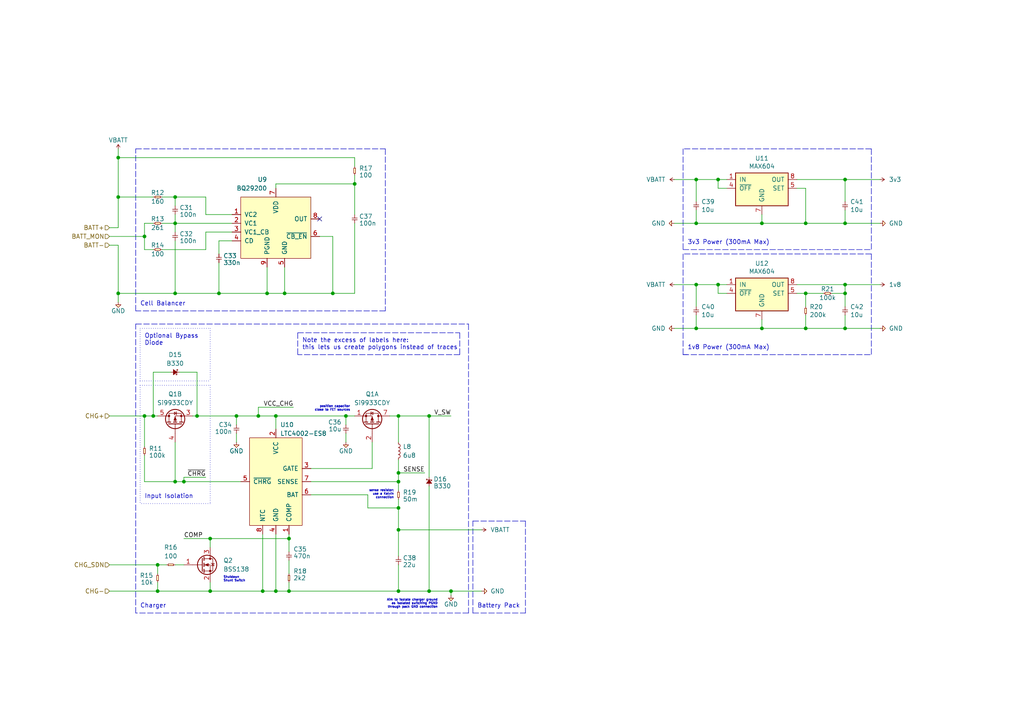
<source format=kicad_sch>
(kicad_sch (version 20211123) (generator eeschema)
  (paper "A4")
  (title_block (title "Lychee Flight Computer") (date "2021-12-31") (rev "1") (company "Cambridge University Spaceflight") (comment 1 "Drawn By H. Franks"))
  (lib_symbols
    (symbol "B330_1" (pin_numbers hide) (pin_names (offset 1.016) hide)
      (property "Reference" "D" (at 1.27 1.778 0))
      (property "Value" "B330_1" (at 1.27 -1.778 0))
      (symbol "B330_1_0_1"
        (polyline (pts (xy 0.762 0.762) (xy 0.762 -0.762)))
        (polyline (pts (xy 0.762 -0.762) (xy 1.016 -0.762) (xy 1.016 -0.508)))
        (polyline (pts (xy 0.762 0.762) (xy 0.508 0.762) (xy 0.508 0.508)))
        (polyline (pts (xy 1.778 0.762) (xy 0.762 0) (xy 1.778 -0.762) (xy 1.778 0.762)) (fill (type outline)))
      )
      (symbol "B330_1_1_1"
        (pin passive line (at 0 0 0) (length 0.762) (name "~") (number "1"))
        (pin passive line (at 2.54 0 180) (length 0.762) (name "~") (number "2"))
      )
    )
    (symbol "Strix:1v8" (power) (pin_numbers hide) (pin_names (offset 1.016) hide)
      (property "Value" "1v8" (at 0 2.286 0))
      (symbol "1v8_0_1"
        (polyline (pts (xy 0 1.27) (xy 0.508 0.508)))
        (polyline (pts (xy 0 0) (xy 0 1.27) (xy -0.508 0.508)))
      )
      (symbol "1v8_1_1"
        (pin power_in line (at 0 0 180) (length 0) hide (name "1v8") (number "1"))
      )
    )
    (symbol "Strix:3v3" (power) (pin_numbers hide) (pin_names (offset 1.016) hide)
      (property "Value" "3v3" (at 0 2.286 0))
      (symbol "3v3_0_1"
        (polyline (pts (xy 0 1.27) (xy 0.508 0.508)))
        (polyline (pts (xy 0 0) (xy 0 1.27) (xy -0.508 0.508)))
      )
      (symbol "3v3_1_1"
        (pin power_in line (at 0 0 180) (length 0) hide (name "3v3") (number "1"))
      )
    )
    (symbol "Strix:B330" (pin_numbers hide) (pin_names (offset 1.016) hide)
      (property "Reference" "D" (at 1.27 1.778 0))
      (property "Value" "B330" (at 1.27 -1.778 0))
      (symbol "B330_0_1"
        (polyline (pts (xy 0.762 0.762) (xy 0.762 -0.762)))
        (polyline (pts (xy 0.762 -0.762) (xy 1.016 -0.762) (xy 1.016 -0.508)))
        (polyline (pts (xy 0.762 0.762) (xy 0.508 0.762) (xy 0.508 0.508)))
        (polyline (pts (xy 1.778 0.762) (xy 0.762 0) (xy 1.778 -0.762) (xy 1.778 0.762)) (fill (type outline)))
      )
      (symbol "B330_1_1"
        (pin passive line (at 0 0 0) (length 0.762) (name "~") (number "1"))
        (pin passive line (at 2.54 0 180) (length 0.762) (name "~") (number "2"))
      )
    )
    (symbol "Strix:BQ29200" (pin_names (offset 1.016))
      (property "Reference" "U9" (at -1.27 12.7 0))
      (property "Value" "BQ29200" (at -1.27 10.16 0))
      (symbol "BQ29200_0_0"
        (pin input line (at -12.7 3.81 0) (length 2.54) (name "VC2") (number "1"))
        (pin input line (at -12.7 1.27 0) (length 2.54) (name "VC1") (number "2"))
        (pin input line (at -12.7 -1.27 0) (length 2.54) (name "VC1_CB") (number "3"))
        (pin input line (at -12.7 -3.81 0) (length 2.54) (name "CD") (number "4"))
        (pin power_in line (at 2.54 -11.43 90) (length 2.54) (name "GND") (number "5"))
        (pin input line (at 12.7 -2.54 180) (length 2.54) (name "~{CB_EN}") (number "6"))
        (pin power_in line (at 0 11.43 270) (length 2.54) (name "VDD") (number "7"))
        (pin power_out line (at 12.7 2.54 180) (length 2.54) (name "OUT") (number "8"))
      )
      (symbol "BQ29200_0_1"
        (rectangle (start -10.16 8.89) (end 10.16 -8.89) (fill (type background)))
      )
      (symbol "BQ29200_1_1"
        (pin power_in line (at -2.54 -11.43 90) (length 2.54) (name "PGND") (number "9"))
      )
    )
    (symbol "Strix:BSS138" (pin_names hide)
      (property "Reference" "Q" (at 5.08 1.905 0))
      (property "Value" "BSS138" (at 5.08 0 0))
      (symbol "BSS138_0_1"
        (polyline (pts (xy 0.254 0) (xy -2.54 0)))
        (polyline (pts (xy 0.254 1.905) (xy 0.254 -1.905)) (stroke (width 0.254)))
        (polyline (pts (xy 0.762 -1.27) (xy 0.762 -2.286)) (stroke (width 0.254)))
        (polyline (pts (xy 0.762 0.508) (xy 0.762 -0.508)) (stroke (width 0.254)))
        (polyline (pts (xy 0.762 2.286) (xy 0.762 1.27)) (stroke (width 0.254)))
        (polyline (pts (xy 2.54 2.54) (xy 2.54 1.778)))
        (polyline (pts (xy 2.54 -2.54) (xy 2.54 0) (xy 0.762 0)))
        (polyline (pts (xy 0.762 -1.778) (xy 3.302 -1.778) (xy 3.302 1.778) (xy 0.762 1.778)))
        (polyline (pts (xy 1.016 0) (xy 2.032 0.381) (xy 2.032 -0.381) (xy 1.016 0)) (fill (type outline)))
        (polyline (pts (xy 2.794 0.508) (xy 2.921 0.381) (xy 3.683 0.381) (xy 3.81 0.254)))
        (polyline (pts (xy 3.302 0.381) (xy 2.921 -0.254) (xy 3.683 -0.254) (xy 3.302 0.381)))
        (circle (center 1.651 0) (radius 2.794) (stroke (width 0.254)))
        (circle (center 2.54 -1.778) (radius 0.254) (fill (type outline)))
        (circle (center 2.54 1.778) (radius 0.254) (fill (type outline)))
      )
      (symbol "BSS138_1_1"
        (pin input line (at -5.08 0 0) (length 2.54) (name "G") (number "1"))
        (pin passive line (at 2.54 -5.08 90) (length 2.54) (name "S") (number "2"))
        (pin passive line (at 2.54 5.08 270) (length 2.54) (name "D") (number "3"))
      )
    )
    (symbol "Strix:C" (pin_numbers hide) (pin_names (offset 1.016) hide)
      (property "Reference" "C" (at 1.27 1.778 0))
      (property "Value" "C" (at 1.27 -1.778 0))
      (symbol "C_0_1"
        (polyline (pts (xy 1.016 0.762) (xy 1.016 -0.762)))
        (polyline (pts (xy 1.524 0.762) (xy 1.524 -0.762)))
      )
      (symbol "C_1_1"
        (pin passive line (at 0 0 0) (length 1.016) (name "~") (number "1"))
        (pin passive line (at 2.54 0 180) (length 1.016) (name "~") (number "2"))
      )
    )
    (symbol "Strix:GND" (power) (pin_numbers hide) (pin_names (offset 1.016) hide)
      (property "Value" "GND" (at 0 -2.54 0))
      (symbol "GND_0_1"
        (polyline (pts (xy 0 0) (xy 0 -0.762)))
        (polyline (pts (xy -0.762 -0.762) (xy 0.762 -0.762) (xy 0 -1.524) (xy -0.762 -0.762)) (fill (type background)))
      )
      (symbol "GND_1_1"
        (pin power_in line (at 0 0 180) (length 0) hide (name "GND") (number "1"))
      )
    )
    (symbol "Strix:LTC4002-ES8" (pin_names (offset 1.016))
      (property "Reference" "U" (at 1.27 16.51 0))
      (property "Value" "LTC4002-ES8" (at 1.27 13.97 0))
      (symbol "LTC4002-ES8_0_0"
        (pin input line (at -3.81 -15.24 90) (length 2.54) (name "COMP") (number "1"))
        (pin power_in line (at 0 15.24 270) (length 2.54) (name "VCC") (number "2"))
        (pin output line (at -10.16 3.81 0) (length 2.54) (name "GATE") (number "3"))
        (pin power_in line (at 0 -15.24 90) (length 2.54) (name "GND") (number "4"))
        (pin output line (at 10.16 0 180) (length 2.54) (name "~{CHRG}") (number "5"))
        (pin input line (at -10.16 -3.81 0) (length 2.54) (name "BAT") (number "6"))
        (pin input line (at -10.16 0 0) (length 2.54) (name "SENSE") (number "7"))
        (pin input line (at 3.81 -15.24 90) (length 2.54) (name "NTC") (number "8"))
      )
      (symbol "LTC4002-ES8_0_1"
        (rectangle (start -7.62 12.7) (end 7.62 -12.7) (fill (type background)))
      )
    )
    (symbol "Strix:L_Large" (pin_numbers hide) (pin_names (offset 0.254) hide)
      (property "Reference" "L" (at 0.762 1.016 0))
      (property "Value" "L_Large" (at 0.762 -1.016 0))
      (symbol "L_Large_0_1"
        (arc (start 0 -2.032) (mid 0.508 -1.524) (end 0 -1.016))
        (arc (start 0 -1.016) (mid 0.508 -0.508) (end 0 0))
        (arc (start 0 0) (mid 0.508 0.508) (end 0 1.016))
        (arc (start 0 1.016) (mid 0.508 1.524) (end 0 2.032))
      )
      (symbol "L_Large_1_1"
        (pin passive line (at 0 2.54 270) (length 0.508) (name "~") (number "1"))
        (pin passive line (at 0 -2.54 90) (length 0.508) (name "~") (number "2"))
      )
    )
    (symbol "Strix:MAX604" (pin_names (offset 1.016))
      (property "Reference" "U" (at -6.35 5.715 0))
      (property "Value" "MAX604" (at 0 5.715 0))
      (symbol "MAX604_0_1"
        (rectangle (start -7.62 4.445) (end 7.62 -5.08) (stroke (width 0.254)) (fill (type background)))
      )
      (symbol "MAX604_1_1"
        (pin power_in line (at -10.16 2.54 0) (length 2.54) (name "IN") (number "1"))
        (pin passive line (at 0 -7.62 90) (length 2.54) hide (name "GND") (number "2"))
        (pin passive line (at 0 -7.62 90) (length 2.54) hide (name "GND") (number "3"))
        (pin input line (at -10.16 0 0) (length 2.54) (name "~{OFF}") (number "4"))
        (pin passive line (at 10.16 0 180) (length 2.54) (name "SET") (number "5"))
        (pin passive line (at 0 -7.62 90) (length 2.54) hide (name "GND") (number "6"))
        (pin power_in line (at 0 -7.62 90) (length 2.54) (name "GND") (number "7"))
        (pin power_out line (at 10.16 2.54 180) (length 2.54) (name "OUT") (number "8"))
      )
    )
    (symbol "Strix:PGND" (power) (pin_numbers hide) (pin_names (offset 1.016) hide)
      (property "Value" "PGND" (at 0 -2.54 0))
      (symbol "PGND_0_1"
        (polyline (pts (xy 0 0) (xy 0 -0.762)))
        (polyline (pts (xy -0.762 -0.762) (xy 0.762 -0.762) (xy 0 -1.524) (xy -0.762 -0.762)) (fill (type background)))
      )
      (symbol "PGND_1_1"
        (pin power_in line (at 0 0 180) (length 0) hide (name "GND") (number "1"))
      )
    )
    (symbol "Strix:R" (pin_numbers hide) (pin_names (offset 1.016) hide)
      (property "Reference" "R" (at 1.27 1.27 0))
      (property "Value" "R" (at 1.27 -1.27 0))
      (symbol "R_0_1"
        (rectangle (start 0.508 0.254) (end 2.032 -0.254) (fill (type background)))
      )
      (symbol "R_1_1"
        (pin passive line (at 0 0 0) (length 0.508) (name "~") (number "1"))
        (pin passive line (at 2.54 0 180) (length 0.508) (name "~") (number "2"))
      )
    )
    (symbol "Strix:Si9933CDY" (pin_names hide)
      (property "Reference" "Q" (at 5.08 1.905 0))
      (property "Value" "Si9933CDY" (at 5.08 0 0))
      (symbol "Si9933CDY_0_1"
        (polyline (pts (xy 0.254 0) (xy -2.54 0)))
        (polyline (pts (xy 0.254 1.905) (xy 0.254 -1.905)) (stroke (width 0.254)))
        (polyline (pts (xy 0.762 -1.27) (xy 0.762 -2.286)) (stroke (width 0.254)))
        (polyline (pts (xy 0.762 0.508) (xy 0.762 -0.508)) (stroke (width 0.254)))
        (polyline (pts (xy 0.762 2.286) (xy 0.762 1.27)) (stroke (width 0.254)))
        (polyline (pts (xy 2.54 2.54) (xy 2.54 1.778)))
        (polyline (pts (xy 2.54 -2.54) (xy 2.54 0) (xy 0.762 0)))
        (polyline (pts (xy 0.762 1.778) (xy 3.302 1.778) (xy 3.302 -1.778) (xy 0.762 -1.778)))
        (polyline (pts (xy 2.286 0) (xy 1.27 0.381) (xy 1.27 -0.381) (xy 2.286 0)) (fill (type outline)))
        (polyline (pts (xy 2.794 -0.508) (xy 2.921 -0.381) (xy 3.683 -0.381) (xy 3.81 -0.254)))
        (polyline (pts (xy 3.302 -0.381) (xy 2.921 0.254) (xy 3.683 0.254) (xy 3.302 -0.381)))
        (circle (center 1.651 0) (radius 2.794) (stroke (width 0.254)))
        (circle (center 2.54 -1.778) (radius 0.254) (fill (type outline)))
        (circle (center 2.54 1.778) (radius 0.254) (fill (type outline)))
      )
      (symbol "Si9933CDY_1_0"
        (pin passive line (at 2.54 5.08 270) (length 2.54) hide (name "D1") (number "8"))
      )
      (symbol "Si9933CDY_1_1"
        (pin passive line (at 2.54 -5.08 90) (length 2.54) (name "S1") (number "1"))
        (pin passive line (at -5.08 0 0) (length 2.54) (name "G1") (number "2"))
        (pin passive line (at 2.54 5.08 270) (length 2.54) (name "D1") (number "7"))
      )
      (symbol "Si9933CDY_2_0"
        (pin passive line (at 2.54 5.08 270) (length 2.54) hide (name "D2") (number "6"))
      )
      (symbol "Si9933CDY_2_1"
        (pin passive line (at 2.54 -5.08 90) (length 2.54) (name "S2") (number "3"))
        (pin passive line (at -5.08 0 0) (length 2.54) (name "G2") (number "4"))
        (pin passive line (at 2.54 5.08 270) (length 2.54) (name "D2") (number "5"))
      )
    )
    (symbol "Strix:VBATT" (power) (pin_numbers hide) (pin_names (offset 1.016) hide)
      (property "Value" "VBATT" (at 0 2.286 0))
      (symbol "VBATT_0_1"
        (polyline (pts (xy 0 1.27) (xy 0.508 0.508)))
        (polyline (pts (xy 0 0) (xy 0 1.27) (xy -0.508 0.508)))
      )
      (symbol "VBATT_1_1"
        (pin power_in line (at 0 0 180) (length 0) hide (name "VBATT") (number "1"))
      )
    )
  )
  (junction (at 45.72 171.45))
  (junction (at 50.8 85.09))
  (junction (at 96.52 85.09))
  (junction (at 53.34 139.7))
  (junction (at 100.33 120.65))
  (junction (at 233.68 85.09))
  (junction (at 124.46 120.65))
  (junction (at 34.29 85.09))
  (junction (at 115.57 139.7))
  (junction (at 245.11 85.09))
  (junction (at 80.01 120.65))
  (junction (at 201.93 52.07))
  (junction (at 50.8 139.7))
  (junction (at 83.82 156.21))
  (junction (at 201.93 64.77))
  (junction (at 208.28 82.55))
  (junction (at 102.87 53.34))
  (junction (at 68.58 120.65))
  (junction (at 220.98 95.25))
  (junction (at 201.93 82.55))
  (junction (at 115.57 153.67))
  (junction (at 130.81 171.45))
  (junction (at 83.82 171.45))
  (junction (at 82.55 85.09))
  (junction (at 233.68 95.25))
  (junction (at 208.28 52.07))
  (junction (at 115.57 147.32))
  (junction (at 245.11 64.77))
  (junction (at 63.5 85.09))
  (junction (at 220.98 64.77))
  (junction (at 74.93 120.65))
  (junction (at 50.8 64.77))
  (junction (at 201.93 95.25))
  (junction (at 45.72 163.83))
  (junction (at 34.29 45.72))
  (junction (at 76.2 171.45))
  (junction (at 115.57 137.16))
  (junction (at 245.11 82.55))
  (junction (at 124.46 171.45))
  (junction (at 57.15 120.65))
  (junction (at 233.68 64.77))
  (junction (at 60.96 156.21))
  (junction (at 245.11 52.07))
  (junction (at 41.91 68.58))
  (junction (at 115.57 120.65))
  (junction (at 77.47 85.09))
  (junction (at 50.8 57.15))
  (junction (at 34.29 57.15))
  (junction (at 115.57 171.45))
  (junction (at 41.91 120.65))
  (junction (at 80.01 171.45))
  (junction (at 245.11 95.25))
  (junction (at 44.45 120.65))
  (junction (at 60.96 171.45))
  (no_connect (at 92.71 63.5))
  (wire (pts (xy 63.5 69.85) (xy 63.5 73.66)))
  (polyline (pts (xy 39.37 43.18) (xy 111.76 43.18)))
  (wire (pts (xy 90.17 135.89) (xy 107.95 135.89)))
  (wire (pts (xy 49.53 107.95) (xy 44.45 107.95)))
  (wire (pts (xy 210.82 85.09) (xy 208.28 85.09)))
  (wire (pts (xy 41.91 120.65) (xy 44.45 120.65)))
  (wire (pts (xy 34.29 66.04) (xy 34.29 57.15)))
  (wire (pts (xy 80.01 171.45) (xy 83.82 171.45)))
  (wire (pts (xy 102.87 53.34) (xy 102.87 62.23)))
  (polyline (pts (xy 252.73 43.18) (xy 252.73 72.39)))
  (wire (pts (xy 115.57 120.65) (xy 124.46 120.65)))
  (wire (pts (xy 220.98 95.25) (xy 201.93 95.25)))
  (wire (pts (xy 115.57 163.83) (xy 115.57 171.45)))
  (wire (pts (xy 220.98 64.77) (xy 201.93 64.77)))
  (wire (pts (xy 233.68 54.61) (xy 231.14 54.61)))
  (wire (pts (xy 50.8 85.09) (xy 63.5 85.09)))
  (wire (pts (xy 60.96 168.91) (xy 60.96 171.45)))
  (wire (pts (xy 63.5 76.2) (xy 63.5 85.09)))
  (wire (pts (xy 208.28 52.07) (xy 210.82 52.07)))
  (polyline (pts (xy 135.89 177.8) (xy 39.37 177.8)) (stroke (width 0) (type dash)))
  (wire (pts (xy 245.11 60.96) (xy 245.11 64.77)))
  (wire (pts (xy 60.96 171.45) (xy 76.2 171.45)))
  (wire (pts (xy 201.93 82.55) (xy 208.28 82.55)))
  (wire (pts (xy 201.93 88.9) (xy 201.93 82.55)))
  (wire (pts (xy 76.2 171.45) (xy 80.01 171.45)))
  (wire (pts (xy 31.75 163.83) (xy 45.72 163.83)))
  (wire (pts (xy 59.69 72.39) (xy 59.69 67.31)))
  (wire (pts (xy 92.71 68.58) (xy 96.52 68.58)))
  (wire (pts (xy 100.33 120.65) (xy 100.33 123.19)))
  (polyline (pts (xy 40.64 110.49) (xy 60.96 110.49)) (stroke (width 0) (type dot)))
  (polyline (pts (xy 39.37 177.8) (xy 39.37 93.98)) (stroke (width 0) (type dash)))
  (wire (pts (xy 50.8 64.77) (xy 67.31 64.77)))
  (wire (pts (xy 245.11 52.07) (xy 245.11 58.42)))
  (wire (pts (xy 85.09 118.11) (xy 74.93 118.11)))
  (wire (pts (xy 238.76 85.09) (xy 233.68 85.09)))
  (wire (pts (xy 124.46 171.45) (xy 130.81 171.45)))
  (wire (pts (xy 106.68 147.32) (xy 106.68 143.51)))
  (wire (pts (xy 130.81 171.45) (xy 139.7 171.45)))
  (wire (pts (xy 41.91 132.08) (xy 41.91 139.7)))
  (polyline (pts (xy 86.36 96.52) (xy 133.35 96.52)))
  (wire (pts (xy 195.58 64.77) (xy 201.93 64.77)))
  (wire (pts (xy 59.69 67.31) (xy 67.31 67.31)))
  (wire (pts (xy 31.75 171.45) (xy 45.72 171.45)))
  (wire (pts (xy 63.5 69.85) (xy 67.31 69.85)))
  (wire (pts (xy 233.68 95.25) (xy 220.98 95.25)))
  (polyline (pts (xy 39.37 90.17) (xy 39.37 43.18)))
  (wire (pts (xy 31.75 71.12) (xy 34.29 71.12)))
  (polyline (pts (xy 252.73 43.18) (xy 198.12 43.18)))
  (wire (pts (xy 60.96 156.21) (xy 83.82 156.21)))
  (wire (pts (xy 201.93 95.25) (xy 201.93 91.44)))
  (wire (pts (xy 50.8 57.15) (xy 46.99 57.15)))
  (wire (pts (xy 83.82 154.94) (xy 83.82 156.21)))
  (polyline (pts (xy 137.16 177.8) (xy 137.16 151.13)))
  (wire (pts (xy 195.58 82.55) (xy 201.93 82.55)))
  (wire (pts (xy 245.11 95.25) (xy 233.68 95.25)))
  (wire (pts (xy 201.93 58.42) (xy 201.93 52.07)))
  (wire (pts (xy 233.68 64.77) (xy 233.68 54.61)))
  (wire (pts (xy 245.11 64.77) (xy 233.68 64.77)))
  (wire (pts (xy 46.99 64.77) (xy 50.8 64.77)))
  (wire (pts (xy 41.91 68.58) (xy 41.91 64.77)))
  (polyline (pts (xy 252.73 73.66) (xy 252.73 102.87)))
  (wire (pts (xy 31.75 66.04) (xy 34.29 66.04)))
  (polyline (pts (xy 40.64 95.25) (xy 60.96 95.25)) (stroke (width 0) (type dot)))
  (wire (pts (xy 53.34 139.7) (xy 69.85 139.7)))
  (wire (pts (xy 77.47 77.47) (xy 77.47 85.09)))
  (wire (pts (xy 220.98 95.25) (xy 220.98 92.71)))
  (wire (pts (xy 76.2 154.94) (xy 76.2 171.45)))
  (wire (pts (xy 50.8 128.27) (xy 50.8 139.7)))
  (wire (pts (xy 245.11 82.55) (xy 245.11 85.09)))
  (wire (pts (xy 102.87 53.34) (xy 80.01 53.34)))
  (wire (pts (xy 74.93 118.11) (xy 74.93 120.65)))
  (wire (pts (xy 124.46 120.65) (xy 124.46 138.43)))
  (wire (pts (xy 44.45 107.95) (xy 44.45 120.65)))
  (wire (pts (xy 245.11 82.55) (xy 255.27 82.55)))
  (wire (pts (xy 50.8 85.09) (xy 34.29 85.09)))
  (polyline (pts (xy 111.76 90.17) (xy 39.37 90.17)))
  (wire (pts (xy 80.01 120.65) (xy 80.01 124.46)))
  (wire (pts (xy 115.57 144.78) (xy 115.57 147.32)))
  (wire (pts (xy 68.58 120.65) (xy 74.93 120.65)))
  (wire (pts (xy 41.91 120.65) (xy 41.91 129.54)))
  (wire (pts (xy 115.57 133.35) (xy 115.57 137.16)))
  (wire (pts (xy 255.27 64.77) (xy 245.11 64.77)))
  (wire (pts (xy 83.82 156.21) (xy 83.82 160.02)))
  (wire (pts (xy 115.57 147.32) (xy 115.57 153.67)))
  (wire (pts (xy 83.82 168.91) (xy 83.82 171.45)))
  (wire (pts (xy 82.55 85.09) (xy 77.47 85.09)))
  (wire (pts (xy 233.68 88.9) (xy 233.68 85.09)))
  (wire (pts (xy 44.45 72.39) (xy 41.91 72.39)))
  (wire (pts (xy 53.34 156.21) (xy 60.96 156.21)))
  (wire (pts (xy 45.72 120.65) (xy 44.45 120.65)))
  (wire (pts (xy 34.29 43.18) (xy 34.29 45.72)))
  (wire (pts (xy 82.55 77.47) (xy 82.55 85.09)))
  (wire (pts (xy 80.01 53.34) (xy 80.01 54.61)))
  (wire (pts (xy 220.98 62.23) (xy 220.98 64.77)))
  (wire (pts (xy 233.68 85.09) (xy 231.14 85.09)))
  (polyline (pts (xy 198.12 102.87) (xy 252.73 102.87)))
  (wire (pts (xy 96.52 85.09) (xy 82.55 85.09)))
  (polyline (pts (xy 152.4 151.13) (xy 152.4 177.8)))
  (wire (pts (xy 80.01 154.94) (xy 80.01 171.45)))
  (wire (pts (xy 41.91 68.58) (xy 31.75 68.58)))
  (wire (pts (xy 41.91 72.39) (xy 41.91 68.58)))
  (polyline (pts (xy 86.36 96.52) (xy 86.36 102.87)))
  (wire (pts (xy 44.45 57.15) (xy 34.29 57.15)))
  (wire (pts (xy 83.82 171.45) (xy 115.57 171.45)))
  (wire (pts (xy 115.57 137.16) (xy 115.57 139.7)))
  (wire (pts (xy 231.14 52.07) (xy 245.11 52.07)))
  (wire (pts (xy 59.69 62.23) (xy 67.31 62.23)))
  (wire (pts (xy 57.15 120.65) (xy 68.58 120.65)))
  (wire (pts (xy 115.57 153.67) (xy 115.57 161.29)))
  (wire (pts (xy 45.72 168.91) (xy 45.72 171.45)))
  (wire (pts (xy 68.58 125.73) (xy 68.58 128.27)))
  (polyline (pts (xy 111.76 43.18) (xy 111.76 90.17)))
  (wire (pts (xy 45.72 171.45) (xy 60.96 171.45)))
  (polyline (pts (xy 198.12 102.87) (xy 199.39 102.87)))
  (wire (pts (xy 50.8 57.15) (xy 59.69 57.15)))
  (wire (pts (xy 50.8 64.77) (xy 50.8 62.23)))
  (wire (pts (xy 102.87 50.8) (xy 102.87 53.34)))
  (wire (pts (xy 68.58 123.19) (xy 68.58 120.65)))
  (wire (pts (xy 34.29 45.72) (xy 34.29 57.15)))
  (wire (pts (xy 50.8 67.31) (xy 50.8 64.77)))
  (wire (pts (xy 245.11 88.9) (xy 245.11 85.09)))
  (wire (pts (xy 80.01 120.65) (xy 100.33 120.65)))
  (polyline (pts (xy 137.16 151.13) (xy 152.4 151.13)))
  (wire (pts (xy 74.93 120.65) (xy 80.01 120.65)))
  (polyline (pts (xy 135.89 93.98) (xy 135.89 177.8)) (stroke (width 0) (type dash)))
  (wire (pts (xy 115.57 137.16) (xy 123.19 137.16)))
  (wire (pts (xy 41.91 139.7) (xy 50.8 139.7)))
  (polyline (pts (xy 137.16 177.8) (xy 152.4 177.8)))
  (wire (pts (xy 50.8 69.85) (xy 50.8 85.09)))
  (wire (pts (xy 100.33 120.65) (xy 102.87 120.65)))
  (wire (pts (xy 245.11 85.09) (xy 241.3 85.09)))
  (polyline (pts (xy 60.96 146.05) (xy 40.64 146.05)) (stroke (width 0) (type dot)))
  (wire (pts (xy 41.91 120.65) (xy 31.75 120.65)))
  (wire (pts (xy 50.8 139.7) (xy 53.34 139.7)))
  (wire (pts (xy 208.28 82.55) (xy 210.82 82.55)))
  (wire (pts (xy 124.46 140.97) (xy 124.46 171.45)))
  (wire (pts (xy 100.33 128.27) (xy 100.33 125.73)))
  (wire (pts (xy 233.68 91.44) (xy 233.68 95.25)))
  (wire (pts (xy 107.95 128.27) (xy 107.95 135.89)))
  (wire (pts (xy 130.81 171.45) (xy 130.81 172.72)))
  (wire (pts (xy 113.03 120.65) (xy 115.57 120.65)))
  (wire (pts (xy 195.58 52.07) (xy 201.93 52.07)))
  (wire (pts (xy 60.96 158.75) (xy 60.96 156.21)))
  (wire (pts (xy 102.87 48.26) (xy 102.87 45.72)))
  (wire (pts (xy 115.57 171.45) (xy 124.46 171.45)))
  (polyline (pts (xy 40.64 111.76) (xy 40.64 146.05)) (stroke (width 0) (type dot)))
  (polyline (pts (xy 198.12 72.39) (xy 252.73 72.39)))
  (wire (pts (xy 96.52 68.58) (xy 96.52 85.09)))
  (polyline (pts (xy 198.12 73.66) (xy 198.12 102.87)))
  (wire (pts (xy 90.17 139.7) (xy 115.57 139.7)))
  (wire (pts (xy 201.93 64.77) (xy 201.93 60.96)))
  (wire (pts (xy 52.07 107.95) (xy 57.15 107.95)))
  (polyline (pts (xy 252.73 73.66) (xy 198.12 73.66)))
  (polyline (pts (xy 60.96 95.25) (xy 60.96 110.49)) (stroke (width 0) (type dot)))
  (wire (pts (xy 124.46 120.65) (xy 130.81 120.65)))
  (polyline (pts (xy 60.96 111.76) (xy 60.96 146.05)) (stroke (width 0) (type dot)))
  (wire (pts (xy 41.91 64.77) (xy 44.45 64.77)))
  (wire (pts (xy 57.15 107.95) (xy 57.15 120.65)))
  (wire (pts (xy 34.29 85.09) (xy 34.29 87.63)))
  (wire (pts (xy 45.72 163.83) (xy 48.26 163.83)))
  (wire (pts (xy 115.57 147.32) (xy 106.68 147.32)))
  (wire (pts (xy 210.82 54.61) (xy 208.28 54.61)))
  (wire (pts (xy 201.93 52.07) (xy 208.28 52.07)))
  (wire (pts (xy 50.8 59.69) (xy 50.8 57.15)))
  (polyline (pts (xy 133.35 96.52) (xy 133.35 102.87)))
  (wire (pts (xy 34.29 71.12) (xy 34.29 85.09)))
  (wire (pts (xy 53.34 138.43) (xy 53.34 139.7)))
  (wire (pts (xy 102.87 45.72) (xy 34.29 45.72)))
  (wire (pts (xy 255.27 95.25) (xy 245.11 95.25)))
  (wire (pts (xy 83.82 162.56) (xy 83.82 166.37)))
  (wire (pts (xy 55.88 120.65) (xy 57.15 120.65)))
  (wire (pts (xy 102.87 64.77) (xy 102.87 85.09)))
  (wire (pts (xy 45.72 163.83) (xy 45.72 166.37)))
  (wire (pts (xy 231.14 82.55) (xy 245.11 82.55)))
  (wire (pts (xy 106.68 143.51) (xy 90.17 143.51)))
  (wire (pts (xy 208.28 85.09) (xy 208.28 82.55)))
  (wire (pts (xy 245.11 52.07) (xy 255.27 52.07)))
  (wire (pts (xy 245.11 91.44) (xy 245.11 95.25)))
  (wire (pts (xy 59.69 138.43) (xy 53.34 138.43)))
  (wire (pts (xy 208.28 54.61) (xy 208.28 52.07)))
  (wire (pts (xy 195.58 95.25) (xy 201.93 95.25)))
  (wire (pts (xy 46.99 72.39) (xy 59.69 72.39)))
  (wire (pts (xy 96.52 85.09) (xy 102.87 85.09)))
  (polyline (pts (xy 40.64 110.49) (xy 40.64 95.25)) (stroke (width 0) (type dot)))
  (polyline (pts (xy 40.64 111.76) (xy 60.96 111.76)) (stroke (width 0) (type dot)))
  (wire (pts (xy 115.57 139.7) (xy 115.57 142.24)))
  (wire (pts (xy 59.69 57.15) (xy 59.69 62.23)))
  (wire (pts (xy 63.5 85.09) (xy 77.47 85.09)))
  (polyline (pts (xy 133.35 102.87) (xy 86.36 102.87)))
  (wire (pts (xy 50.8 163.83) (xy 53.34 163.83)))
  (wire (pts (xy 115.57 120.65) (xy 115.57 128.27)))
  (polyline (pts (xy 198.12 43.18) (xy 198.12 72.39)))
  (wire (pts (xy 220.98 64.77) (xy 233.68 64.77)))
  (wire (pts (xy 115.57 153.67) (xy 139.7 153.67)))
  (polyline (pts (xy 39.37 93.98) (xy 135.89 93.98)))
  (text "Input Isolation" (at 41.91 144.78 0) (effects (font (size 1.27 1.27)) (justify left bottom)))
  (text "Battery Pack" (at 138.43 176.53 0) (effects (font (size 1.27 1.27)) (justify left bottom)))
  (text "Charger" (at 40.64 176.53 0) (effects (font (size 1.27 1.27)) (justify left bottom)))
  (text "sense resistor:\nuse a Kelvin\nconnection" (at 114.3 144.78 180) (effects (font (size 0.635 0.635)) (justify right bottom)))
  (text "Aim to isolate charger ground\nas isolated switching PGND\nthrough pack GND connection" (at 127 176.53 0) (effects (font (size 0.635 0.635)) (justify right bottom)))
  (text "Note the excess of labels here:\nthis lets us create polygons instead of traces" (at 87.63 101.6 0) (effects (font (size 1.27 1.27)) (justify left bottom)))
  (text "Cell Balancer" (at 40.64 88.9 0) (effects (font (size 1.27 1.27)) (justify left bottom)))
  (text "Optional Bypass\nDiode" (at 41.91 100.33 0) (effects (font (size 1.27 1.27)) (justify left bottom)))
  (text "3v3 Power (300mA Max)" (at 199.39 71.12 0) (effects (font (size 1.27 1.27)) (justify left bottom)))
  (text "position capacitor\nclose to FET sources" (at 101.6 119.38 180) (effects (font (size 0.635 0.635)) (justify right bottom)))
  (text "1v8 Power (300mA Max)" (at 199.39 101.6 0) (effects (font (size 1.27 1.27)) (justify left bottom)))
  (text "Shutdown\nShunt Switch" (at 64.77 168.91 0) (effects (font (size 0.635 0.635)) (justify left bottom)))
  (label "~{CHRG}" (at 59.69 138.43 180))
  (label "V_SW" (at 130.81 120.65 180))
  (label "COMP" (at 53.34 156.21 0))
  (label "VCC_CHG" (at 85.09 118.11 180))
  (label "SENSE" (at 123.19 137.16 180))
  (hierarchical_label "CHG_SDN" (shape input) (at 31.75 163.83 180))
  (hierarchical_label "CHG-" (shape input) (at 31.75 171.45 180))
  (hierarchical_label "CHG+" (shape input) (at 31.75 120.65 180))
  (hierarchical_label "BATT_MON" (shape input) (at 31.75 68.58 180))
  (hierarchical_label "BATT+" (shape input) (at 31.75 66.04 180))
  (hierarchical_label "BATT-" (shape input) (at 31.75 71.12 180))
  (symbol (lib_id "Strix:GND") (at 255.27 64.77 90) (unit 1)
    (property "Reference" "#PWR056" (effects hide))
    (property "Value" "GND" (at 257.81 64.77 90) (effects (justify right)))
  )
  (symbol (lib_id "Strix:C") (at 115.57 161.29 270) (unit 1)
    (property "Reference" "C38" (at 116.84 162.56 90) (effects (justify left bottom)))
    (property "Value" "22u" (at 116.84 163.83 90) (effects (justify left)))
    (property "Footprint" "Lychee:C_0402" (effects hide))
    (property "Farnell" "2525135" (effects hide))
  )
  (symbol (lib_id "Strix:PGND") (at 100.33 128.27 0) (unit 1)
    (property "Reference" "#PWR0102" (effects hide))
    (property "Value" "PGND" (at 100.33 130.81 0))
  )
  (symbol (lib_id "Strix:C") (at 102.87 62.23 270) (unit 1)
    (property "Reference" "C37" (at 104.14 63.5 90) (effects (justify left bottom)))
    (property "Value" "100n" (at 104.14 64.77 90) (effects (justify left)))
    (property "Footprint" "Lychee:C_0402" (effects hide))
    (property "Farnell" "1759166" (effects hide))
  )
  (symbol (lib_id "Strix:GND") (at 34.29 87.63 0) (mirror y) (unit 1)
    (property "Reference" "#PWR046" (effects hide))
    (property "Value" "GND" (at 34.29 90.17 0))
  )
  (symbol (lib_id "Strix:VBATT") (at 195.58 82.55 90) (unit 1)
    (property "Reference" "#PWR053" (effects hide))
    (property "Value" "VBATT" (at 193.04 82.55 90) (effects (justify left)))
  )
  (symbol (lib_id "Strix:R") (at 44.45 64.77 0) (unit 1)
    (property "Reference" "R13" (at 45.72 63.5 0))
    (property "Value" "261" (at 45.72 66.04 0))
    (property "Footprint" "Lychee:R_0402" (effects hide))
    (property "Farnell" "2303485" (effects hide))
  )
  (symbol (lib_id "Strix:LTC4002-ES8") (at 80.01 139.7 0) (mirror y) (unit 1)
    (property "Reference" "U10" (at 81.28 123.19 0) (effects (justify right)))
    (property "Value" "LTC4002-ES8" (at 81.28 125.73 0) (effects (justify right)))
    (property "Footprint" "Lychee:LTC4002-ES8" (effects hide))
    (property "RS" "786-9960" (effects hide))
  )
  (symbol (lib_id "Strix:VBATT") (at 195.58 52.07 90) (unit 1)
    (property "Reference" "#PWR051" (effects hide))
    (property "Value" "VBATT" (at 193.04 52.07 90) (effects (justify left)))
  )
  (symbol (lib_id "Strix:VBATT") (at 139.7 153.67 270) (unit 1)
    (property "Reference" "#PWR049" (effects hide))
    (property "Value" "VBATT" (at 142.24 153.67 90) (effects (justify left)))
  )
  (symbol (lib_id "Strix:Si9933CDY") (at 107.95 123.19 270) (mirror x) (unit 1)
    (property "Reference" "Q1" (at 107.95 114.3 90))
    (property "Value" "Si9933CDY" (at 107.95 116.84 90))
    (property "Footprint" "Lychee:Si9933CDY" (effects hide))
    (property "Farnell" "1779275" (effects hide))
  )
  (symbol (lib_id "Strix:C") (at 245.11 58.42 270) (unit 1)
    (property "Reference" "C41" (at 246.5832 58.5216 90) (effects (justify left)))
    (property "Value" "10u" (at 246.5832 60.833 90) (effects (justify left)))
    (property "Footprint" "Lychee:C_0402" (effects hide))
  )
  (symbol (lib_id "Strix:C") (at 50.8 67.31 270) (unit 1)
    (property "Reference" "C32" (at 52.07 68.58 90) (effects (justify left bottom)))
    (property "Value" "100n" (at 52.07 69.85 90) (effects (justify left)))
    (property "Footprint" "Lychee:C_0402" (effects hide))
    (property "Farnell" "1759166" (effects hide))
  )
  (symbol (lib_id "Strix:R") (at 48.26 163.83 0) (unit 1)
    (property "Reference" "R16" (at 49.53 158.75 0))
    (property "Value" "100" (at 49.53 161.29 0))
    (property "Footprint" "Lychee:R_0402" (effects hide))
    (property "Farnell" "2694996" (effects hide))
  )
  (symbol (lib_id "Strix:R") (at 233.68 88.9 270) (unit 1)
    (property "Reference" "R20" (at 234.7976 89.0016 90) (effects (justify left)))
    (property "Value" "200k" (at 234.7976 91.313 90) (effects (justify left)))
    (property "Footprint" "Lychee:R_0402" (effects hide))
  )
  (symbol (lib_id "Strix:L_Large") (at 115.57 130.81 0) (unit 1)
    (property "Reference" "L8" (at 116.84 129.54 0) (effects (justify left)))
    (property "Value" "6u8" (at 116.84 132.08 0) (effects (justify left)))
    (property "Footprint" "Lychee:L_Wuerth_HCI-7050" (effects hide))
    (property "RS" "756-8588" (effects hide))
  )
  (symbol (lib_id "Strix:PGND") (at 68.58 128.27 0) (unit 1)
    (property "Reference" "#PWR0103" (effects hide))
    (property "Value" "PGND" (at 68.58 130.81 0))
  )
  (symbol (lib_name "B330_1") (lib_id "Strix:B330") (at 52.07 107.95 0) (mirror y) (unit 1)
    (property "Reference" "D15" (at 50.8 102.87 0))
    (property "Value" "B330" (at 50.8 105.41 0))
    (property "Footprint" "Lychee:B330" (effects hide))
    (property "RS" "751-3269" (effects hide))
  )
  (symbol (lib_id "Strix:C") (at 245.11 88.9 270) (unit 1)
    (property "Reference" "C42" (at 246.5832 89.0016 90) (effects (justify left)))
    (property "Value" "10u" (at 246.5832 91.313 90) (effects (justify left)))
    (property "Footprint" "Lychee:C_0402" (effects hide))
  )
  (symbol (lib_id "Strix:PGND") (at 130.81 172.72 0) (unit 1)
    (property "Reference" "#PWR0101" (effects hide))
    (property "Value" "PGND" (at 130.81 175.26 0))
  )
  (symbol (lib_id "Strix:GND") (at 195.58 95.25 270) (unit 1)
    (property "Reference" "#PWR054" (effects hide))
    (property "Value" "GND" (at 193.04 95.25 90) (effects (justify right)))
  )
  (symbol (lib_id "Strix:C") (at 83.82 160.02 270) (unit 1)
    (property "Reference" "C35" (at 85.09 160.02 90) (effects (justify left bottom)))
    (property "Value" "470n" (at 85.09 161.29 90) (effects (justify left)))
    (property "Footprint" "Lychee:C_0402" (effects hide))
    (property "Farnell" "2320847" (effects hide))
  )
  (symbol (lib_id "Strix:C") (at 50.8 59.69 270) (unit 1)
    (property "Reference" "C31" (at 52.07 60.96 90) (effects (justify left bottom)))
    (property "Value" "100n" (at 52.07 62.23 90) (effects (justify left)))
    (property "Footprint" "Lychee:C_0402" (effects hide))
    (property "Farnell" "1759166" (effects hide))
  )
  (symbol (lib_id "Strix:C") (at 63.5 73.66 270) (unit 1)
    (property "Reference" "C33" (at 64.77 74.93 90) (effects (justify left bottom)))
    (property "Value" "330n" (at 64.77 76.2 90) (effects (justify left)))
    (property "Footprint" "Lychee:C_0402" (effects hide))
    (property "Farnell" "2346946" (effects hide))
  )
  (symbol (lib_id "Strix:GND") (at 195.58 64.77 270) (unit 1)
    (property "Reference" "#PWR052" (effects hide))
    (property "Value" "GND" (at 193.04 64.77 90) (effects (justify right)))
  )
  (symbol (lib_id "Strix:R") (at 44.45 72.39 0) (unit 1)
    (property "Reference" "R14" (at 45.72 71.12 0))
    (property "Value" "100" (at 45.72 73.66 0))
    (property "Footprint" "Lychee:R_0402" (effects hide))
    (property "Farnell" "2447552" (effects hide))
  )
  (symbol (lib_id "Strix:C") (at 68.58 123.19 90) (mirror x) (unit 1)
    (property "Reference" "C34" (at 67.31 123.19 90) (effects (justify left)))
    (property "Value" "100n" (at 67.31 124.46 90) (effects (justify left top)))
    (property "Footprint" "Lychee:C_0402" (effects hide))
    (property "Farnell" "1759166" (effects hide))
  )
  (symbol (lib_id "Strix:R") (at 102.87 48.26 270) (unit 1)
    (property "Reference" "R17" (at 104.14 49.53 90) (effects (justify left bottom)))
    (property "Value" "100" (at 104.14 50.8 90) (effects (justify left)))
    (property "Footprint" "Lychee:R_0402" (effects hide))
    (property "Farnell" "2447552" (effects hide))
  )
  (symbol (lib_id "Strix:GND") (at 255.27 95.25 90) (unit 1)
    (property "Reference" "#PWR058" (effects hide))
    (property "Value" "GND" (at 257.81 95.25 90) (effects (justify right)))
  )
  (symbol (lib_id "Strix:R") (at 115.57 144.78 270) (mirror x) (unit 1)
    (property "Reference" "R19" (at 116.84 143.51 90) (effects (justify left top)))
    (property "Value" "50m" (at 116.84 144.78 90) (effects (justify left)))
    (property "Footprint" "Lychee:R_0402" (effects hide))
    (property "Farnell" "2008296" (effects hide))
  )
  (symbol (lib_id "Strix:VBATT") (at 34.29 43.18 0) (mirror y) (unit 1)
    (property "Reference" "#PWR045" (effects hide))
    (property "Value" "VBATT" (at 34.29 40.64 0))
  )
  (symbol (lib_id "Strix:1v8") (at 255.27 82.55 270) (unit 1)
    (property "Reference" "#PWR057" (effects hide))
    (property "Value" "1v8" (at 257.81 82.55 90) (effects (justify left)))
  )
  (symbol (lib_id "Strix:3v3") (at 255.27 52.07 270) (unit 1)
    (property "Reference" "#PWR055" (effects hide))
    (property "Value" "3v3" (at 257.81 52.07 90) (effects (justify left)))
  )
  (symbol (lib_id "Strix:C") (at 201.93 58.42 270) (unit 1)
    (property "Reference" "C39" (at 203.4032 58.5216 90) (effects (justify left)))
    (property "Value" "10u" (at 203.4032 60.833 90) (effects (justify left)))
    (property "Footprint" "Lychee:C_0402" (effects hide))
  )
  (symbol (lib_id "Strix:BSS138") (at 58.42 163.83 0) (unit 1)
    (property "Reference" "Q2" (at 64.77 162.5599 0) (effects (justify left)))
    (property "Value" "BSS138" (at 64.77 165.0999 0) (effects (justify left)))
    (property "Footprint" "Lychee:BSS138" (effects hide))
    (property "Datasheet" "https://www.onsemi.com/pub/Collateral/BSS138-D.PDF" (effects hide))
  )
  (symbol (lib_id "Strix:GND") (at 139.7 171.45 90) (unit 1)
    (property "Reference" "#PWR050" (effects hide))
    (property "Value" "GND" (at 142.24 171.45 90) (effects (justify right)))
  )
  (symbol (lib_id "Strix:C") (at 100.33 123.19 90) (mirror x) (unit 1)
    (property "Reference" "C36" (at 99.06 123.19 90) (effects (justify left bottom)))
    (property "Value" "10u" (at 99.06 124.46 90) (effects (justify left)))
    (property "Footprint" "Lychee:C_0402" (effects hide))
    (property "Farnell" "2611940" (effects hide))
  )
  (symbol (lib_id "Strix:R") (at 44.45 57.15 0) (unit 1)
    (property "Reference" "R12" (at 45.72 55.88 0))
    (property "Value" "160" (at 45.72 58.42 0))
    (property "Footprint" "Lychee:R_0402" (effects hide))
    (property "Farnell" "2694996" (effects hide))
  )
  (symbol (lib_id "Strix:MAX604") (at 220.98 54.61 0) (unit 1)
    (property "Reference" "U11" (at 220.98 45.9232 0))
    (property "Value" "MAX604" (at 220.98 48.2346 0))
    (property "Footprint" "Lychee:MAX604" (effects hide))
    (property "Datasheet" "http://datasheets.maximintegrated.com/en/ds/MAX603-MAX604.pdf" (effects hide))
  )
  (symbol (lib_id "Strix:R") (at 41.91 129.54 90) (mirror x) (unit 1)
    (property "Reference" "R11" (at 43.18 130.81 90) (effects (justify right bottom)))
    (property "Value" "100k" (at 43.18 132.08 90) (effects (justify right)))
    (property "Footprint" "Lychee:R_0402" (effects hide))
    (property "Farnell" "2380290" (effects hide))
  )
  (symbol (lib_id "Strix:R") (at 238.76 85.09 0) (unit 1)
    (property "Reference" "R21" (at 240.03 83.82 0))
    (property "Value" "100k" (at 240.03 86.36 0))
    (property "Footprint" "Lychee:R_0402" (effects hide))
  )
  (symbol (lib_id "Strix:B330") (at 124.46 138.43 90) (mirror x) (unit 1)
    (property "Reference" "D16" (at 125.73 139.7 90) (effects (justify right bottom)))
    (property "Value" "B330" (at 125.73 140.97 90) (effects (justify right)))
    (property "Footprint" "Lychee:B330" (effects hide))
    (property "RS" "751-3269" (effects hide))
  )
  (symbol (lib_id "Strix:C") (at 201.93 88.9 270) (unit 1)
    (property "Reference" "C40" (at 203.4032 89.0016 90) (effects (justify left)))
    (property "Value" "10u" (at 203.4032 91.313 90) (effects (justify left)))
    (property "Footprint" "Lychee:C_0402" (effects hide))
  )
  (symbol (lib_id "Strix:Si9933CDY") (at 50.8 123.19 90) (unit 2)
    (property "Reference" "Q1" (at 50.8 114.3 90))
    (property "Value" "Si9933CDY" (at 50.8 116.84 90))
    (property "Footprint" "Lychee:Si9933CDY" (effects hide))
    (property "Farnell" "1779275" (effects hide))
  )
  (symbol (lib_id "Strix:R") (at 45.72 166.37 90) (mirror x) (unit 1)
    (property "Reference" "R15" (at 44.45 167.64 90) (effects (justify left bottom)))
    (property "Value" "10k" (at 44.45 168.91 90) (effects (justify left)))
    (property "Footprint" "Lychee:R_0402" (effects hide))
    (property "Farnell" "1576464" (effects hide))
  )
  (symbol (lib_id "Strix:BQ29200") (at 80.01 66.04 0) (unit 1)
    (property "Reference" "U9" (at 77.47 52.07 0) (effects (justify right)))
    (property "Value" "BQ29200" (at 77.47 54.61 0) (effects (justify right)))
    (property "Footprint" "Lychee:BQ29200" (effects hide))
    (property "Farnell" "2383074" (effects hide))
  )
  (symbol (lib_id "Strix:R") (at 83.82 166.37 270) (unit 1)
    (property "Reference" "R18" (at 85.09 166.37 90) (effects (justify left bottom)))
    (property "Value" "2k2" (at 85.09 167.64 90) (effects (justify left)))
    (property "Footprint" "Lychee:R_0402" (effects hide))
    (property "Farnell" "1576464" (effects hide))
  )
  (symbol (lib_id "Strix:MAX604") (at 220.98 85.09 0) (unit 1)
    (property "Reference" "U12" (at 220.98 76.4032 0))
    (property "Value" "MAX604" (at 220.98 78.7146 0))
    (property "Footprint" "Lychee:MAX604" (effects hide))
    (property "Datasheet" "http://datasheets.maximintegrated.com/en/ds/MAX603-MAX604.pdf" (effects hide))
  )
)
</source>
